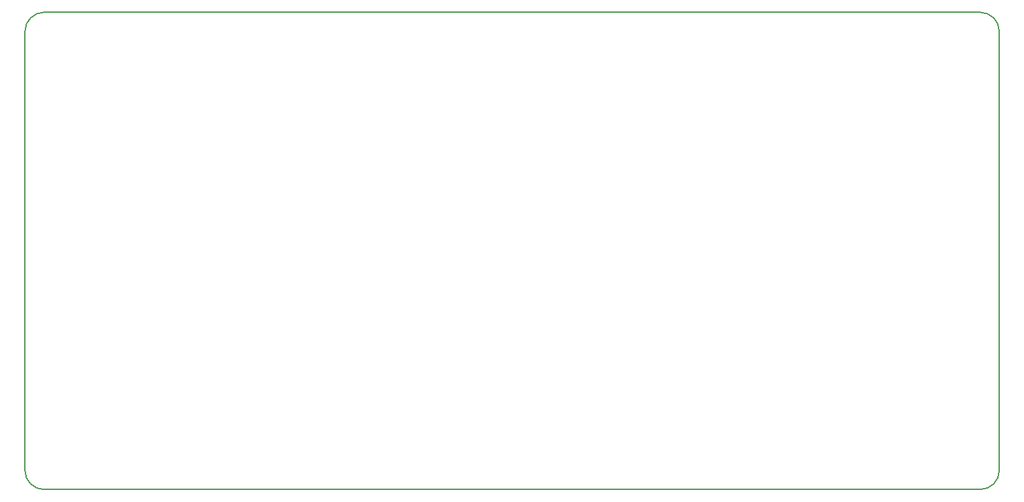
<source format=gm1>
G04 #@! TF.GenerationSoftware,KiCad,Pcbnew,(5.0.0-rc2-200-g1f6f76beb)*
G04 #@! TF.CreationDate,2018-07-18T18:35:48+02:00*
G04 #@! TF.ProjectId,bus-selector,6275732D73656C6563746F722E6B6963,rev?*
G04 #@! TF.SameCoordinates,Original*
G04 #@! TF.FileFunction,Profile,NP*
%FSLAX46Y46*%
G04 Gerber Fmt 4.6, Leading zero omitted, Abs format (unit mm)*
G04 Created by KiCad (PCBNEW (5.0.0-rc2-200-g1f6f76beb)) date Wed Jul 18 18:35:48 2018*
%MOMM*%
%LPD*%
G01*
G04 APERTURE LIST*
%ADD10C,0.150000*%
G04 APERTURE END LIST*
D10*
X19050000Y-77470000D02*
X19050000Y-19050000D01*
X146050000Y-80010000D02*
X21590000Y-80010000D01*
X148590000Y-19050000D02*
X148590000Y-77470000D01*
X21590000Y-16510000D02*
X146050000Y-16510000D01*
X19050000Y-19050000D02*
G75*
G02X21590000Y-16510000I2540000J0D01*
G01*
X21590000Y-80010000D02*
G75*
G02X19050000Y-77470000I0J2540000D01*
G01*
X148590000Y-77470000D02*
G75*
G02X146050000Y-80010000I-2540000J0D01*
G01*
X146050000Y-16510000D02*
G75*
G02X148590000Y-19050000I0J-2540000D01*
G01*
M02*

</source>
